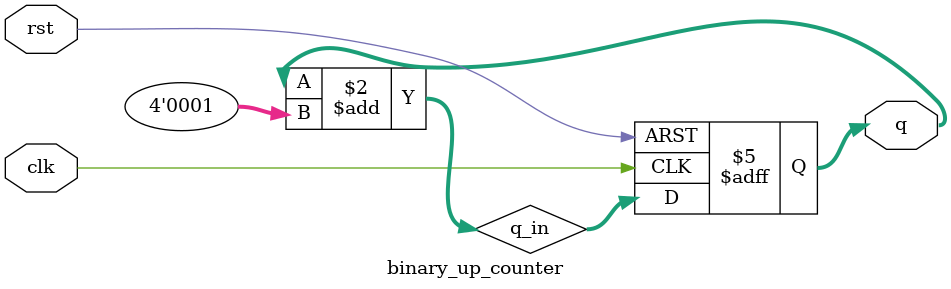
<source format=v>
`timescale 1ns / 1ps

`define BCD_COUNTER_BITS 4

module binary_up_counter(
    q,
    clk,
    rst
    );
    
    output [`BCD_COUNTER_BITS-1:0]q;
    input clk;
    input rst;
    
    reg [`BCD_COUNTER_BITS-1:0]q;
    reg [`BCD_COUNTER_BITS-1:0]q_in;
    
    always@(q)
    begin
        q_in <= q + `BCD_COUNTER_BITS'd1;
    end
    
    always@(posedge clk or negedge rst)
    begin
        if(~rst)
        begin
            q <= `BCD_COUNTER_BITS'd0;
        end
        else
        begin
            q <= q_in;
        end
    end
endmodule

</source>
